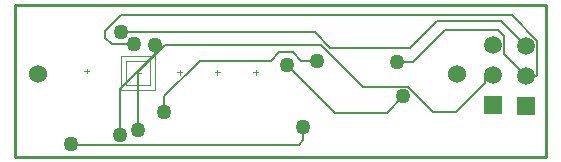
<source format=gbl>
G04 Layer_Physical_Order=2*
G04 Layer_Color=16711680*
%FSLAX44Y44*%
%MOMM*%
G71*
G01*
G75*
%ADD16C,0.2000*%
%ADD18C,0.1000*%
%ADD19C,0.2540*%
%ADD20C,0.0500*%
%ADD21C,1.5240*%
%ADD22C,1.5000*%
%ADD23R,1.5000X1.5000*%
%ADD24C,1.2700*%
D16*
X124206Y91186D02*
X147066Y114046D01*
X418000Y81750D02*
Y88250D01*
X393750Y57500D02*
X418000Y81750D01*
X374309Y57500D02*
X393750D01*
X434250Y106750D02*
Y121750D01*
X429000Y127000D02*
X434250Y121750D01*
X384500Y127000D02*
X429000D01*
X357500Y100000D02*
X384500Y127000D01*
X110000Y122950D02*
X112050Y125000D01*
X431650Y134750D02*
X452750Y113650D01*
X377250Y134750D02*
X431650D01*
X354500Y112000D02*
X377250Y134750D01*
X440886Y139250D02*
X462280Y117856D01*
X110040Y139250D02*
X440886D01*
X96774Y125984D02*
X110040Y139250D01*
X352709Y79100D02*
X374309Y57500D01*
X345791Y79100D02*
X352709D01*
X345191Y78500D02*
X345791Y79100D01*
X314946Y78500D02*
X345191D01*
X279400Y114046D02*
X314946Y78500D01*
X335000Y56500D02*
X349250Y70750D01*
X291562Y56500D02*
X335000D01*
X250312Y97750D02*
X291562Y56500D01*
X434250Y106750D02*
X452750Y88250D01*
X67500Y30500D02*
X67996Y30004D01*
X260504D01*
X264250Y33750D01*
Y44500D01*
X96774Y120226D02*
X102250Y114750D01*
X121000D01*
X274478Y125000D02*
X287478Y112000D01*
X112050Y125000D02*
X274478D01*
X110000Y122950D02*
Y125250D01*
X96774Y120226D02*
Y125984D01*
X138500Y107256D02*
Y114500D01*
Y107256D02*
X139007Y106749D01*
X109220Y76962D02*
X139007Y106749D01*
X244062Y108000D02*
X255500D01*
X236839Y100778D02*
X244062Y108000D01*
X176777Y100778D02*
X236839D01*
X262722D02*
X276176D01*
X255500Y108000D02*
X262722Y100778D01*
X146908Y70908D02*
X176777Y100778D01*
X146908Y57500D02*
Y70908D01*
X109220Y38354D02*
Y76962D01*
X343750Y100000D02*
X357500D01*
X287478Y112000D02*
X354500D01*
X452750Y88250D02*
X461264D01*
X462280Y89266D01*
Y117856D01*
X124206Y42672D02*
Y91186D01*
X147066Y114046D02*
X279400D01*
D18*
X81000Y90251D02*
Y94251D01*
X79000Y92251D02*
X83000D01*
X159750Y89000D02*
Y93000D01*
X157750Y91000D02*
X161750D01*
X191750Y89000D02*
Y93000D01*
X189750Y91000D02*
X193750D01*
X224000Y89000D02*
Y93000D01*
X222000Y91000D02*
X226000D01*
X134750Y80751D02*
Y100751D01*
X114750Y80751D02*
X134750D01*
X114750D02*
Y100751D01*
X134750D01*
X122250Y90751D02*
X127250D01*
X124750Y88250D02*
Y93251D01*
D19*
X20250Y148000D02*
X470250D01*
Y20000D02*
Y148000D01*
X470000Y19750D02*
X470250Y20000D01*
X20500Y19750D02*
X470000D01*
X20250Y20000D02*
X20500Y19750D01*
X20250Y20000D02*
Y148000D01*
D20*
X139000Y76500D02*
Y105001D01*
X110500Y76500D02*
X139000D01*
X110500D02*
Y105001D01*
X139000D01*
D21*
X395000Y90000D02*
D03*
X40000D02*
D03*
D22*
X452750Y113650D02*
D03*
Y88250D02*
D03*
X424750Y113900D02*
D03*
Y88500D02*
D03*
D23*
X452750Y62850D02*
D03*
X424750Y63100D02*
D03*
D24*
X67500Y30500D02*
D03*
X264250Y44500D02*
D03*
X121000Y114750D02*
D03*
X110000Y125250D02*
D03*
X138500Y114500D02*
D03*
X349250Y70750D02*
D03*
X250312Y97750D02*
D03*
X343750Y100000D02*
D03*
X276176Y100778D02*
D03*
X146908Y57500D02*
D03*
X124206Y42672D02*
D03*
X109220Y38354D02*
D03*
M02*

</source>
